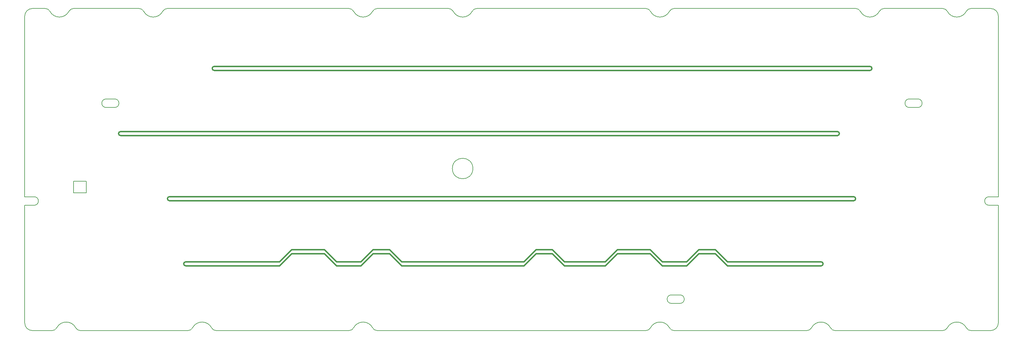
<source format=gbr>
G04 #@! TF.GenerationSoftware,KiCad,Pcbnew,(5.1.10)-1*
G04 #@! TF.CreationDate,2022-02-05T22:18:53+07:00*
G04 #@! TF.ProjectId,krush60hs,6b727573-6836-4306-9873-2e6b69636164,rev?*
G04 #@! TF.SameCoordinates,Original*
G04 #@! TF.FileFunction,Profile,NP*
%FSLAX46Y46*%
G04 Gerber Fmt 4.6, Leading zero omitted, Abs format (unit mm)*
G04 Created by KiCad (PCBNEW (5.1.10)-1) date 2022-02-05 22:18:53*
%MOMM*%
%LPD*%
G01*
G04 APERTURE LIST*
G04 #@! TA.AperFunction,Profile*
%ADD10C,0.200000*%
G04 #@! TD*
G04 #@! TA.AperFunction,Profile*
%ADD11C,0.400000*%
G04 #@! TD*
G04 #@! TA.AperFunction,Profile*
%ADD12C,0.150000*%
G04 #@! TD*
G04 APERTURE END LIST*
D10*
X259016362Y-65392532D02*
X261516362Y-65392532D01*
X131221817Y-39748947D02*
G75*
G02*
X132551928Y-38942496I1330034J-693549D01*
G01*
X124305640Y-38942495D02*
X103438928Y-38942496D01*
X181993716Y-38942495D02*
X132551928Y-38942496D01*
X275709494Y-39748948D02*
G75*
G02*
X277039528Y-38942496I1330034J-693548D01*
G01*
X243368140Y-38942495D02*
G75*
G02*
X244698175Y-39748946I1J-1500001D01*
G01*
X259016362Y-67892532D02*
G75*
G02*
X259016362Y-65392532I0J1250000D01*
G01*
X270123675Y-132336044D02*
G75*
G02*
X268793641Y-133142496I-1330034J693548D01*
G01*
X250284318Y-39748948D02*
G75*
G02*
X251614352Y-38942496I1330034J-693548D01*
G01*
X282316362Y-93992532D02*
X285066362Y-93992532D01*
X270123676Y-132336043D02*
G75*
G02*
X275709817Y-132336044I2793070J-1456452D01*
G01*
X277039851Y-133142495D02*
X282816246Y-133142496D01*
X131221816Y-39748948D02*
G75*
G02*
X125635675Y-39748946I-2793070J1456452D01*
G01*
X250284316Y-39748948D02*
G75*
G02*
X244698175Y-39748946I-2793070J1456452D01*
G01*
X285066246Y-130892496D02*
G75*
G02*
X282816246Y-133142496I-2250000J0D01*
G01*
X285066246Y-96492532D02*
X282316362Y-96492532D01*
X277039851Y-133142497D02*
G75*
G02*
X275709817Y-132336044I1J1500001D01*
G01*
X268793316Y-38942495D02*
G75*
G02*
X270123351Y-39748946I1J-1500001D01*
G01*
X282316362Y-96492532D02*
G75*
G02*
X282316362Y-93992532I0J1250000D01*
G01*
X282816246Y-38942496D02*
G75*
G02*
X285066246Y-41192496I0J-2250000D01*
G01*
X237326851Y-133142495D02*
X268793641Y-133142496D01*
X102108894Y-39748948D02*
G75*
G02*
X103438928Y-38942496I1330034J-693548D01*
G01*
X261516362Y-67892532D02*
X259016362Y-67892532D01*
X95192716Y-38942495D02*
G75*
G02*
X96522751Y-39748946I1J-1500001D01*
G01*
X275709492Y-39748948D02*
G75*
G02*
X270123351Y-39748946I-2793070J1456452D01*
G01*
X261516362Y-65392532D02*
G75*
G02*
X261516362Y-67892532I0J-1250000D01*
G01*
X285066246Y-130892496D02*
X285066246Y-96492532D01*
X102108892Y-39748948D02*
G75*
G02*
X96522751Y-39748946I-2793070J1456452D01*
G01*
X124305640Y-38942495D02*
G75*
G02*
X125635675Y-39748946I1J-1500001D01*
G01*
X285066362Y-93992532D02*
X285066246Y-41192496D01*
X282816246Y-38942496D02*
X277039528Y-38942496D01*
X268793316Y-38942495D02*
X251614352Y-38942496D01*
X243368140Y-38942495D02*
X190239928Y-38942496D01*
X190238851Y-133142495D02*
X229080641Y-133142496D01*
X96522675Y-132336044D02*
G75*
G02*
X95192641Y-133142496I-1330034J693548D01*
G01*
X24166362Y-67892532D02*
G75*
G02*
X24166362Y-65392532I0J1250000D01*
G01*
X191966362Y-122692532D02*
G75*
G02*
X191966362Y-125192532I0J-1250000D01*
G01*
X40734316Y-39748948D02*
G75*
G02*
X35148175Y-39748946I-2793070J1456452D01*
G01*
X49435675Y-132336044D02*
G75*
G02*
X48105641Y-133142496I-1330034J693548D01*
G01*
X366245Y-41192496D02*
X366246Y-93992532D01*
X26666362Y-67892532D02*
X24166362Y-67892532D01*
X95192716Y-38942495D02*
X42064352Y-38942496D01*
X103438851Y-133142497D02*
G75*
G02*
X102108817Y-132336044I1J1500001D01*
G01*
X2616246Y-133142497D02*
G75*
G02*
X366245Y-130892496I0J2250001D01*
G01*
X103438851Y-133142495D02*
X181992641Y-133142496D01*
X49435676Y-132336043D02*
G75*
G02*
X55021817Y-132336044I2793070J-1456452D01*
G01*
X6393140Y-38942495D02*
G75*
G02*
X7723175Y-39748946I1J-1500001D01*
G01*
X6393140Y-38942495D02*
X2616246Y-38942496D01*
X183322676Y-132336043D02*
G75*
G02*
X188908817Y-132336044I2793070J-1456452D01*
G01*
X56351851Y-133142497D02*
G75*
G02*
X55021817Y-132336044I1J1500001D01*
G01*
X14639352Y-38942496D02*
X33818140Y-38942495D01*
X26666362Y-65392532D02*
G75*
G02*
X26666362Y-67892532I0J-1250000D01*
G01*
X131416362Y-85742532D02*
G75*
G03*
X131416362Y-85742532I-3000000J0D01*
G01*
X189466362Y-125192532D02*
X191966362Y-125192532D01*
X33818140Y-38942495D02*
G75*
G02*
X35148175Y-39748946I1J-1500001D01*
G01*
X13309316Y-39748948D02*
G75*
G02*
X7723175Y-39748946I-2793070J1456452D01*
G01*
X9722675Y-132336044D02*
G75*
G02*
X8392641Y-133142496I-1330034J693548D01*
G01*
X3116362Y-96492532D02*
X366362Y-96492532D01*
X96522676Y-132336043D02*
G75*
G02*
X102108817Y-132336044I2793070J-1456452D01*
G01*
X13309318Y-39748948D02*
G75*
G02*
X14639352Y-38942496I1330034J-693548D01*
G01*
X366362Y-96492532D02*
X366246Y-130892496D01*
X16638851Y-133142495D02*
X48105641Y-133142496D01*
X16638851Y-133142497D02*
G75*
G02*
X15308817Y-132336044I1J1500001D01*
G01*
X24166362Y-65392532D02*
X26666362Y-65392532D01*
X183322675Y-132336044D02*
G75*
G02*
X181992641Y-133142496I-1330034J693548D01*
G01*
X191966362Y-122692532D02*
X189466362Y-122692532D01*
X190238851Y-133142497D02*
G75*
G02*
X188908817Y-132336044I1J1500001D01*
G01*
X56351851Y-133142495D02*
X95192641Y-133142496D01*
X189466362Y-125192532D02*
G75*
G02*
X189466362Y-122692532I0J1250000D01*
G01*
X366246Y-41192496D02*
G75*
G02*
X2616246Y-38942496I2250000J0D01*
G01*
X3116362Y-93992532D02*
G75*
G02*
X3116362Y-96492532I0J-1250000D01*
G01*
X366246Y-93992532D02*
X3116362Y-93992532D01*
X9722676Y-132336043D02*
G75*
G02*
X15308817Y-132336044I2793070J-1456452D01*
G01*
X2616246Y-133142496D02*
X8392641Y-133142496D01*
X40734318Y-39748948D02*
G75*
G02*
X42064352Y-38942496I1330034J-693548D01*
G01*
X230410675Y-132336044D02*
G75*
G02*
X229080641Y-133142496I-1330034J693548D01*
G01*
X188909894Y-39748948D02*
G75*
G02*
X190239928Y-38942496I1330034J-693548D01*
G01*
X181993716Y-38942495D02*
G75*
G02*
X183323751Y-39748946I1J-1500001D01*
G01*
X237326851Y-133142497D02*
G75*
G02*
X235996817Y-132336044I1J1500001D01*
G01*
X230410676Y-132336043D02*
G75*
G02*
X235996817Y-132336044I2793070J-1456452D01*
G01*
X188909892Y-39748948D02*
G75*
G02*
X183323751Y-39748946I-2793070J1456452D01*
G01*
D11*
X158195020Y-113018020D02*
X170101320Y-113018020D01*
X149860610Y-109446130D02*
X154623130Y-109446130D01*
X146288720Y-113018020D02*
X149860610Y-109446130D01*
X154623130Y-109446130D02*
X158195020Y-113018020D01*
X158195020Y-114218020D02*
X170101320Y-114218020D01*
X146288720Y-114218020D02*
X149860610Y-110646130D01*
X149860610Y-110646130D02*
X154623130Y-110646130D01*
X154623130Y-110646130D02*
X158195020Y-114218020D01*
X91519880Y-114218020D02*
X98663520Y-114218020D01*
X91519880Y-113018020D02*
X98663520Y-113018020D01*
X98663520Y-113018020D02*
X102235410Y-109446130D01*
X102235410Y-109446130D02*
X106997930Y-109446130D01*
X106997930Y-109446130D02*
X110569820Y-113018020D01*
X98663520Y-114218020D02*
X102235410Y-110646130D01*
X102235410Y-110646130D02*
X106997930Y-110646130D01*
X106997930Y-110646130D02*
X110569820Y-114218020D01*
X173673210Y-109446130D02*
X183198390Y-109446130D01*
X173673210Y-110646130D02*
X183198390Y-110646130D01*
X47466250Y-114218020D02*
G75*
G02*
X47466250Y-113018020I0J600000D01*
G01*
X193914060Y-113018020D02*
X197485950Y-109446130D01*
X78422950Y-109446130D02*
X87947990Y-109446130D01*
X47466250Y-113018020D02*
X74851060Y-113018020D01*
X74851060Y-113018020D02*
X78422950Y-109446130D01*
X183198390Y-109446130D02*
X186770280Y-113018020D01*
X87947990Y-109446130D02*
X91519880Y-113018020D01*
X170101320Y-113018020D02*
X173673210Y-109446130D01*
X146288720Y-113018020D02*
X110569820Y-113018020D01*
X193914060Y-113018020D02*
X186770280Y-113018020D01*
X193914060Y-114218020D02*
X197485950Y-110646130D01*
X197485950Y-110646130D02*
X202248470Y-110646130D01*
X197485950Y-109446130D02*
X202248470Y-109446130D01*
X87947990Y-110646130D02*
X91519880Y-114218020D01*
X202248470Y-109446130D02*
X205820360Y-113018020D01*
X202248470Y-110646130D02*
X205820360Y-114218020D01*
X170101320Y-114218020D02*
X173673210Y-110646130D01*
X146288720Y-114218020D02*
X110569820Y-114218020D01*
X233204326Y-113017680D02*
X205820360Y-113018020D01*
X233204326Y-113017680D02*
G75*
G02*
X233204326Y-114217680I0J-600000D01*
G01*
X193914060Y-114218020D02*
X186770280Y-114218020D01*
X233204326Y-114217680D02*
X205820360Y-114218020D01*
X242729374Y-93967596D02*
X42704210Y-93967608D01*
X42704210Y-95167608D02*
G75*
G02*
X42704210Y-93967608I0J600000D01*
G01*
X242729374Y-93967596D02*
G75*
G02*
X242729374Y-95167596I0J-600000D01*
G01*
X242729374Y-95167596D02*
X42704210Y-95167608D01*
X237966494Y-74917512D02*
G75*
G02*
X237966494Y-76117512I0J-600000D01*
G01*
X237966494Y-74917512D02*
X28416330Y-74917524D01*
X237966494Y-76117512D02*
X28416330Y-76117524D01*
X28416330Y-76117524D02*
G75*
G02*
X28416330Y-74917524I0J600000D01*
G01*
X247491434Y-55867500D02*
G75*
G02*
X247491434Y-57067500I0J-600000D01*
G01*
X247491434Y-57067500D02*
X55800664Y-57067512D01*
X247491434Y-55867500D02*
X55800664Y-55867512D01*
X55800664Y-57067512D02*
G75*
G02*
X55800664Y-55867512I0J600000D01*
G01*
X183198390Y-110646130D02*
X186770280Y-114218020D01*
X47466250Y-114218020D02*
X74851060Y-114218020D01*
X78422950Y-110646130D02*
X87947990Y-110646130D01*
X74851060Y-114218020D02*
X78422950Y-110646130D01*
D12*
X14610030Y-89422608D02*
X18410030Y-89422608D01*
X14610030Y-89422608D02*
X14610030Y-92822608D01*
X14610030Y-92822608D02*
X18410030Y-92822608D01*
X18410030Y-89422608D02*
X18410030Y-92822608D01*
M02*

</source>
